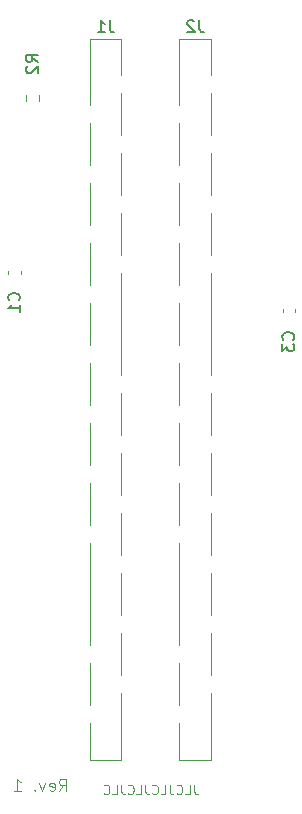
<source format=gbr>
G04 #@! TF.GenerationSoftware,KiCad,Pcbnew,9.0.6-9.0.6~ubuntu25.10.1*
G04 #@! TF.CreationDate,2025-12-22T11:42:11+09:00*
G04 #@! TF.ProjectId,bionic-s80c196kc,62696f6e-6963-42d7-9338-30633139366b,1*
G04 #@! TF.SameCoordinates,Original*
G04 #@! TF.FileFunction,Legend,Bot*
G04 #@! TF.FilePolarity,Positive*
%FSLAX46Y46*%
G04 Gerber Fmt 4.6, Leading zero omitted, Abs format (unit mm)*
G04 Created by KiCad (PCBNEW 9.0.6-9.0.6~ubuntu25.10.1) date 2025-12-22 11:42:11*
%MOMM*%
%LPD*%
G01*
G04 APERTURE LIST*
%ADD10C,0.100000*%
%ADD11C,0.150000*%
%ADD12C,0.120000*%
G04 APERTURE END LIST*
D10*
X105966687Y-137436419D02*
X106300020Y-136960228D01*
X106538115Y-137436419D02*
X106538115Y-136436419D01*
X106538115Y-136436419D02*
X106157163Y-136436419D01*
X106157163Y-136436419D02*
X106061925Y-136484038D01*
X106061925Y-136484038D02*
X106014306Y-136531657D01*
X106014306Y-136531657D02*
X105966687Y-136626895D01*
X105966687Y-136626895D02*
X105966687Y-136769752D01*
X105966687Y-136769752D02*
X106014306Y-136864990D01*
X106014306Y-136864990D02*
X106061925Y-136912609D01*
X106061925Y-136912609D02*
X106157163Y-136960228D01*
X106157163Y-136960228D02*
X106538115Y-136960228D01*
X105157163Y-137388800D02*
X105252401Y-137436419D01*
X105252401Y-137436419D02*
X105442877Y-137436419D01*
X105442877Y-137436419D02*
X105538115Y-137388800D01*
X105538115Y-137388800D02*
X105585734Y-137293561D01*
X105585734Y-137293561D02*
X105585734Y-136912609D01*
X105585734Y-136912609D02*
X105538115Y-136817371D01*
X105538115Y-136817371D02*
X105442877Y-136769752D01*
X105442877Y-136769752D02*
X105252401Y-136769752D01*
X105252401Y-136769752D02*
X105157163Y-136817371D01*
X105157163Y-136817371D02*
X105109544Y-136912609D01*
X105109544Y-136912609D02*
X105109544Y-137007847D01*
X105109544Y-137007847D02*
X105585734Y-137103085D01*
X104776210Y-136769752D02*
X104538115Y-137436419D01*
X104538115Y-137436419D02*
X104300020Y-136769752D01*
X103919067Y-137341180D02*
X103871448Y-137388800D01*
X103871448Y-137388800D02*
X103919067Y-137436419D01*
X103919067Y-137436419D02*
X103966686Y-137388800D01*
X103966686Y-137388800D02*
X103919067Y-137341180D01*
X103919067Y-137341180D02*
X103919067Y-137436419D01*
X102157163Y-137436419D02*
X102728591Y-137436419D01*
X102442877Y-137436419D02*
X102442877Y-136436419D01*
X102442877Y-136436419D02*
X102538115Y-136579276D01*
X102538115Y-136579276D02*
X102633353Y-136674514D01*
X102633353Y-136674514D02*
X102728591Y-136722133D01*
X117395238Y-136914895D02*
X117395238Y-137486323D01*
X117395238Y-137486323D02*
X117433333Y-137600609D01*
X117433333Y-137600609D02*
X117509524Y-137676800D01*
X117509524Y-137676800D02*
X117623809Y-137714895D01*
X117623809Y-137714895D02*
X117700000Y-137714895D01*
X116633333Y-137714895D02*
X117014285Y-137714895D01*
X117014285Y-137714895D02*
X117014285Y-136914895D01*
X115909523Y-137638704D02*
X115947619Y-137676800D01*
X115947619Y-137676800D02*
X116061904Y-137714895D01*
X116061904Y-137714895D02*
X116138095Y-137714895D01*
X116138095Y-137714895D02*
X116252381Y-137676800D01*
X116252381Y-137676800D02*
X116328571Y-137600609D01*
X116328571Y-137600609D02*
X116366666Y-137524419D01*
X116366666Y-137524419D02*
X116404762Y-137372038D01*
X116404762Y-137372038D02*
X116404762Y-137257752D01*
X116404762Y-137257752D02*
X116366666Y-137105371D01*
X116366666Y-137105371D02*
X116328571Y-137029180D01*
X116328571Y-137029180D02*
X116252381Y-136952990D01*
X116252381Y-136952990D02*
X116138095Y-136914895D01*
X116138095Y-136914895D02*
X116061904Y-136914895D01*
X116061904Y-136914895D02*
X115947619Y-136952990D01*
X115947619Y-136952990D02*
X115909523Y-136991085D01*
X115338095Y-136914895D02*
X115338095Y-137486323D01*
X115338095Y-137486323D02*
X115376190Y-137600609D01*
X115376190Y-137600609D02*
X115452381Y-137676800D01*
X115452381Y-137676800D02*
X115566666Y-137714895D01*
X115566666Y-137714895D02*
X115642857Y-137714895D01*
X114576190Y-137714895D02*
X114957142Y-137714895D01*
X114957142Y-137714895D02*
X114957142Y-136914895D01*
X113852380Y-137638704D02*
X113890476Y-137676800D01*
X113890476Y-137676800D02*
X114004761Y-137714895D01*
X114004761Y-137714895D02*
X114080952Y-137714895D01*
X114080952Y-137714895D02*
X114195238Y-137676800D01*
X114195238Y-137676800D02*
X114271428Y-137600609D01*
X114271428Y-137600609D02*
X114309523Y-137524419D01*
X114309523Y-137524419D02*
X114347619Y-137372038D01*
X114347619Y-137372038D02*
X114347619Y-137257752D01*
X114347619Y-137257752D02*
X114309523Y-137105371D01*
X114309523Y-137105371D02*
X114271428Y-137029180D01*
X114271428Y-137029180D02*
X114195238Y-136952990D01*
X114195238Y-136952990D02*
X114080952Y-136914895D01*
X114080952Y-136914895D02*
X114004761Y-136914895D01*
X114004761Y-136914895D02*
X113890476Y-136952990D01*
X113890476Y-136952990D02*
X113852380Y-136991085D01*
X113280952Y-136914895D02*
X113280952Y-137486323D01*
X113280952Y-137486323D02*
X113319047Y-137600609D01*
X113319047Y-137600609D02*
X113395238Y-137676800D01*
X113395238Y-137676800D02*
X113509523Y-137714895D01*
X113509523Y-137714895D02*
X113585714Y-137714895D01*
X112519047Y-137714895D02*
X112899999Y-137714895D01*
X112899999Y-137714895D02*
X112899999Y-136914895D01*
X111795237Y-137638704D02*
X111833333Y-137676800D01*
X111833333Y-137676800D02*
X111947618Y-137714895D01*
X111947618Y-137714895D02*
X112023809Y-137714895D01*
X112023809Y-137714895D02*
X112138095Y-137676800D01*
X112138095Y-137676800D02*
X112214285Y-137600609D01*
X112214285Y-137600609D02*
X112252380Y-137524419D01*
X112252380Y-137524419D02*
X112290476Y-137372038D01*
X112290476Y-137372038D02*
X112290476Y-137257752D01*
X112290476Y-137257752D02*
X112252380Y-137105371D01*
X112252380Y-137105371D02*
X112214285Y-137029180D01*
X112214285Y-137029180D02*
X112138095Y-136952990D01*
X112138095Y-136952990D02*
X112023809Y-136914895D01*
X112023809Y-136914895D02*
X111947618Y-136914895D01*
X111947618Y-136914895D02*
X111833333Y-136952990D01*
X111833333Y-136952990D02*
X111795237Y-136991085D01*
X111223809Y-136914895D02*
X111223809Y-137486323D01*
X111223809Y-137486323D02*
X111261904Y-137600609D01*
X111261904Y-137600609D02*
X111338095Y-137676800D01*
X111338095Y-137676800D02*
X111452380Y-137714895D01*
X111452380Y-137714895D02*
X111528571Y-137714895D01*
X110461904Y-137714895D02*
X110842856Y-137714895D01*
X110842856Y-137714895D02*
X110842856Y-136914895D01*
X109738094Y-137638704D02*
X109776190Y-137676800D01*
X109776190Y-137676800D02*
X109890475Y-137714895D01*
X109890475Y-137714895D02*
X109966666Y-137714895D01*
X109966666Y-137714895D02*
X110080952Y-137676800D01*
X110080952Y-137676800D02*
X110157142Y-137600609D01*
X110157142Y-137600609D02*
X110195237Y-137524419D01*
X110195237Y-137524419D02*
X110233333Y-137372038D01*
X110233333Y-137372038D02*
X110233333Y-137257752D01*
X110233333Y-137257752D02*
X110195237Y-137105371D01*
X110195237Y-137105371D02*
X110157142Y-137029180D01*
X110157142Y-137029180D02*
X110080952Y-136952990D01*
X110080952Y-136952990D02*
X109966666Y-136914895D01*
X109966666Y-136914895D02*
X109890475Y-136914895D01*
X109890475Y-136914895D02*
X109776190Y-136952990D01*
X109776190Y-136952990D02*
X109738094Y-136991085D01*
D11*
X104172619Y-75728033D02*
X103696428Y-75394700D01*
X104172619Y-75156605D02*
X103172619Y-75156605D01*
X103172619Y-75156605D02*
X103172619Y-75537557D01*
X103172619Y-75537557D02*
X103220238Y-75632795D01*
X103220238Y-75632795D02*
X103267857Y-75680414D01*
X103267857Y-75680414D02*
X103363095Y-75728033D01*
X103363095Y-75728033D02*
X103505952Y-75728033D01*
X103505952Y-75728033D02*
X103601190Y-75680414D01*
X103601190Y-75680414D02*
X103648809Y-75632795D01*
X103648809Y-75632795D02*
X103696428Y-75537557D01*
X103696428Y-75537557D02*
X103696428Y-75156605D01*
X103267857Y-76108986D02*
X103220238Y-76156605D01*
X103220238Y-76156605D02*
X103172619Y-76251843D01*
X103172619Y-76251843D02*
X103172619Y-76489938D01*
X103172619Y-76489938D02*
X103220238Y-76585176D01*
X103220238Y-76585176D02*
X103267857Y-76632795D01*
X103267857Y-76632795D02*
X103363095Y-76680414D01*
X103363095Y-76680414D02*
X103458333Y-76680414D01*
X103458333Y-76680414D02*
X103601190Y-76632795D01*
X103601190Y-76632795D02*
X104172619Y-76061367D01*
X104172619Y-76061367D02*
X104172619Y-76680414D01*
X125768980Y-99247633D02*
X125816600Y-99200014D01*
X125816600Y-99200014D02*
X125864219Y-99057157D01*
X125864219Y-99057157D02*
X125864219Y-98961919D01*
X125864219Y-98961919D02*
X125816600Y-98819062D01*
X125816600Y-98819062D02*
X125721361Y-98723824D01*
X125721361Y-98723824D02*
X125626123Y-98676205D01*
X125626123Y-98676205D02*
X125435647Y-98628586D01*
X125435647Y-98628586D02*
X125292790Y-98628586D01*
X125292790Y-98628586D02*
X125102314Y-98676205D01*
X125102314Y-98676205D02*
X125007076Y-98723824D01*
X125007076Y-98723824D02*
X124911838Y-98819062D01*
X124911838Y-98819062D02*
X124864219Y-98961919D01*
X124864219Y-98961919D02*
X124864219Y-99057157D01*
X124864219Y-99057157D02*
X124911838Y-99200014D01*
X124911838Y-99200014D02*
X124959457Y-99247633D01*
X124864219Y-99580967D02*
X124864219Y-100200014D01*
X124864219Y-100200014D02*
X125245171Y-99866681D01*
X125245171Y-99866681D02*
X125245171Y-100009538D01*
X125245171Y-100009538D02*
X125292790Y-100104776D01*
X125292790Y-100104776D02*
X125340409Y-100152395D01*
X125340409Y-100152395D02*
X125435647Y-100200014D01*
X125435647Y-100200014D02*
X125673742Y-100200014D01*
X125673742Y-100200014D02*
X125768980Y-100152395D01*
X125768980Y-100152395D02*
X125816600Y-100104776D01*
X125816600Y-100104776D02*
X125864219Y-100009538D01*
X125864219Y-100009538D02*
X125864219Y-99723824D01*
X125864219Y-99723824D02*
X125816600Y-99628586D01*
X125816600Y-99628586D02*
X125768980Y-99580967D01*
X102555280Y-95928333D02*
X102602900Y-95880714D01*
X102602900Y-95880714D02*
X102650519Y-95737857D01*
X102650519Y-95737857D02*
X102650519Y-95642619D01*
X102650519Y-95642619D02*
X102602900Y-95499762D01*
X102602900Y-95499762D02*
X102507661Y-95404524D01*
X102507661Y-95404524D02*
X102412423Y-95356905D01*
X102412423Y-95356905D02*
X102221947Y-95309286D01*
X102221947Y-95309286D02*
X102079090Y-95309286D01*
X102079090Y-95309286D02*
X101888614Y-95356905D01*
X101888614Y-95356905D02*
X101793376Y-95404524D01*
X101793376Y-95404524D02*
X101698138Y-95499762D01*
X101698138Y-95499762D02*
X101650519Y-95642619D01*
X101650519Y-95642619D02*
X101650519Y-95737857D01*
X101650519Y-95737857D02*
X101698138Y-95880714D01*
X101698138Y-95880714D02*
X101745757Y-95928333D01*
X102650519Y-96880714D02*
X102650519Y-96309286D01*
X102650519Y-96595000D02*
X101650519Y-96595000D01*
X101650519Y-96595000D02*
X101793376Y-96499762D01*
X101793376Y-96499762D02*
X101888614Y-96404524D01*
X101888614Y-96404524D02*
X101936233Y-96309286D01*
X117817933Y-72204819D02*
X117817933Y-72919104D01*
X117817933Y-72919104D02*
X117865552Y-73061961D01*
X117865552Y-73061961D02*
X117960790Y-73157200D01*
X117960790Y-73157200D02*
X118103647Y-73204819D01*
X118103647Y-73204819D02*
X118198885Y-73204819D01*
X117389361Y-72300057D02*
X117341742Y-72252438D01*
X117341742Y-72252438D02*
X117246504Y-72204819D01*
X117246504Y-72204819D02*
X117008409Y-72204819D01*
X117008409Y-72204819D02*
X116913171Y-72252438D01*
X116913171Y-72252438D02*
X116865552Y-72300057D01*
X116865552Y-72300057D02*
X116817933Y-72395295D01*
X116817933Y-72395295D02*
X116817933Y-72490533D01*
X116817933Y-72490533D02*
X116865552Y-72633390D01*
X116865552Y-72633390D02*
X117436980Y-73204819D01*
X117436980Y-73204819D02*
X116817933Y-73204819D01*
X110244133Y-72204819D02*
X110244133Y-72919104D01*
X110244133Y-72919104D02*
X110291752Y-73061961D01*
X110291752Y-73061961D02*
X110386990Y-73157200D01*
X110386990Y-73157200D02*
X110529847Y-73204819D01*
X110529847Y-73204819D02*
X110625085Y-73204819D01*
X109244133Y-73204819D02*
X109815561Y-73204819D01*
X109529847Y-73204819D02*
X109529847Y-72204819D01*
X109529847Y-72204819D02*
X109625085Y-72347676D01*
X109625085Y-72347676D02*
X109720323Y-72442914D01*
X109720323Y-72442914D02*
X109815561Y-72490533D01*
D12*
X103195300Y-78508276D02*
X103195300Y-79017724D01*
X104240300Y-78508276D02*
X104240300Y-79017724D01*
X124899400Y-96917867D02*
X124899400Y-96625333D01*
X125919400Y-96917867D02*
X125919400Y-96625333D01*
X101683800Y-93424933D02*
X101683800Y-93717467D01*
X102703800Y-93424933D02*
X102703800Y-93717467D01*
X116154600Y-73750000D02*
X116154600Y-74320000D01*
X116154600Y-73750000D02*
X118814600Y-73750000D01*
X116154600Y-74320000D02*
X116154600Y-79400000D01*
X116154600Y-80920000D02*
X116154600Y-84480000D01*
X116154600Y-86000000D02*
X116154600Y-89560000D01*
X116154600Y-91080000D02*
X116154600Y-94640000D01*
X116154600Y-96160000D02*
X116154600Y-99720000D01*
X116154600Y-101240000D02*
X116154600Y-104800000D01*
X116154600Y-106320000D02*
X116154600Y-109880000D01*
X116154600Y-111400000D02*
X116154600Y-114960000D01*
X116154600Y-116480000D02*
X116154600Y-121560000D01*
X116154600Y-121560000D02*
X116154600Y-125120000D01*
X116154600Y-126640000D02*
X116154600Y-130200000D01*
X116154600Y-131720000D02*
X116154600Y-134830000D01*
X116154600Y-134830000D02*
X118814600Y-134830000D01*
X118814600Y-73750000D02*
X118814600Y-76860000D01*
X118814600Y-78380000D02*
X118814600Y-81940000D01*
X118814600Y-83460000D02*
X118814600Y-87020000D01*
X118814600Y-88540000D02*
X118814600Y-92100000D01*
X118814600Y-93620000D02*
X118814600Y-98700000D01*
X118814600Y-98700000D02*
X118814600Y-102260000D01*
X118814600Y-103780000D02*
X118814600Y-107340000D01*
X118814600Y-108860000D02*
X118814600Y-112420000D01*
X118814600Y-113940000D02*
X118814600Y-117500000D01*
X118814600Y-119020000D02*
X118814600Y-122580000D01*
X118814600Y-124100000D02*
X118814600Y-127660000D01*
X118814600Y-129180000D02*
X118814600Y-134260000D01*
X118814600Y-134260000D02*
X118814600Y-134830000D01*
X108580800Y-73750000D02*
X108580800Y-75840000D01*
X108580800Y-73750000D02*
X111240800Y-73750000D01*
X108580800Y-75840000D02*
X108580800Y-79400000D01*
X108580800Y-80920000D02*
X108580800Y-84480000D01*
X108580800Y-86000000D02*
X108580800Y-89560000D01*
X108580800Y-91080000D02*
X108580800Y-94640000D01*
X108580800Y-96160000D02*
X108580800Y-99720000D01*
X108580800Y-101240000D02*
X108580800Y-104800000D01*
X108580800Y-106320000D02*
X108580800Y-109880000D01*
X108580800Y-111400000D02*
X108580800Y-114960000D01*
X108580800Y-116480000D02*
X108580800Y-121560000D01*
X108580800Y-121560000D02*
X108580800Y-125120000D01*
X108580800Y-126640000D02*
X108580800Y-130200000D01*
X108580800Y-131720000D02*
X108580800Y-134830000D01*
X108580800Y-134830000D02*
X111240800Y-134830000D01*
X111240800Y-73750000D02*
X111240800Y-76860000D01*
X111240800Y-78380000D02*
X111240800Y-81940000D01*
X111240800Y-83460000D02*
X111240800Y-87020000D01*
X111240800Y-88540000D02*
X111240800Y-92100000D01*
X111240800Y-93620000D02*
X111240800Y-98700000D01*
X111240800Y-98700000D02*
X111240800Y-102260000D01*
X111240800Y-103780000D02*
X111240800Y-107340000D01*
X111240800Y-108860000D02*
X111240800Y-112420000D01*
X111240800Y-113940000D02*
X111240800Y-117500000D01*
X111240800Y-119020000D02*
X111240800Y-122580000D01*
X111240800Y-124100000D02*
X111240800Y-127660000D01*
X111240800Y-129180000D02*
X111240800Y-134260000D01*
X111240800Y-134260000D02*
X111240800Y-134830000D01*
M02*

</source>
